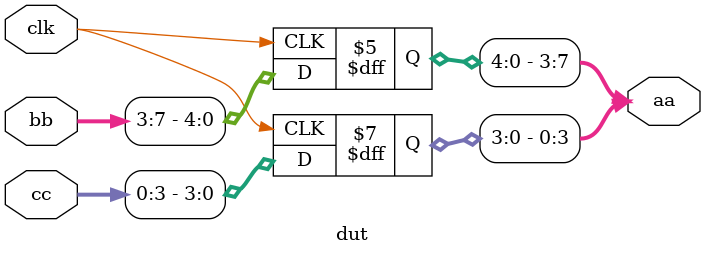
<source format=v>
/**
    13,17
*/

module dut (input wire [0:7] bb,
    input wire [0:7] cc,
    input clk, 
    output reg [0:7] aa); 
    reg i;

    always @(posedge clk)            
        for (i=0; i<4; i++)
            aa[i] <= cc[i];                    
                    
    always @(posedge clk) begin 
        for (i=3; i<8; i++)                
            aa[i] <= bb[i];         
    end

endmodule
</source>
